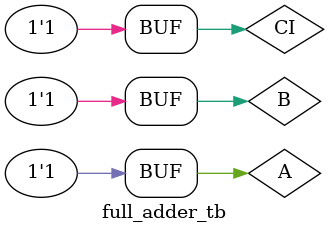
<source format=v>
`include "prj_definition.v"

module FULL_ADDER(S,CO,A,B, CI);
output S,CO;
input A,B, CI;

wire Y1,CO1,CO2;

HALF_ADDER one(.Y(Y1),.C(CO1),.A(A),.B(B));
HALF_ADDER two(.Y(S),.C(CO2),.A(Y1),.B(CI));

or COb(CO,CO1,CO2);

endmodule

`include "prj_definition.v"
module full_adder_tb;
wire CO;
wire S;
reg A,B,CI;

FULL_ADDER fadder(.S(S),.CO(CO),.A(A),.B(B), .CI(CI));

initial
begin

#5 A=0;
 B=0;
 CI=0;
#5 CI=1;	
#5 A=0; 
 B=1;
 CI=0;
#5 CI=1;
#5 A=1; 
 B=0;
 CI=0;
#5 CI=1;
#5 A=1; 
 B=1;
 CI=0;
#5 CI=1;
end
endmodule
</source>
